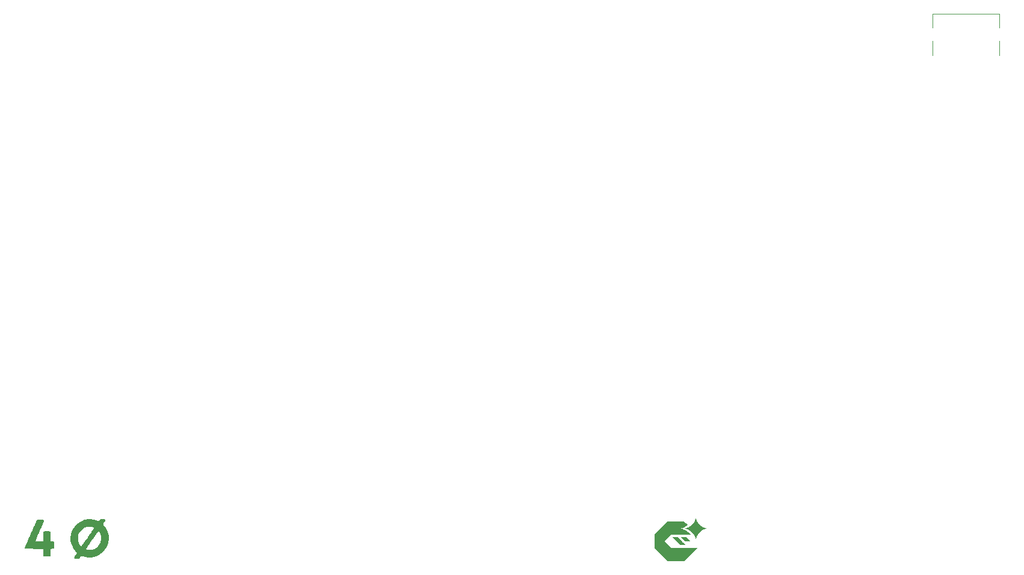
<source format=gbr>
%TF.GenerationSoftware,KiCad,Pcbnew,(7.0.0)*%
%TF.CreationDate,2024-05-15T17:01:43+02:00*%
%TF.ProjectId,forti usb port,666f7274-6920-4757-9362-20706f72742e,rev?*%
%TF.SameCoordinates,Original*%
%TF.FileFunction,Legend,Top*%
%TF.FilePolarity,Positive*%
%FSLAX46Y46*%
G04 Gerber Fmt 4.6, Leading zero omitted, Abs format (unit mm)*
G04 Created by KiCad (PCBNEW (7.0.0)) date 2024-05-15 17:01:43*
%MOMM*%
%LPD*%
G01*
G04 APERTURE LIST*
%ADD10C,0.120000*%
G04 APERTURE END LIST*
D10*
%TO.C,J1*%
X238969115Y-29437500D02*
X238969115Y-27437500D01*
X238969115Y-25537500D02*
X238969115Y-23637500D01*
X238969115Y-23637500D02*
X229569115Y-23637500D01*
X229569115Y-29437500D02*
X229569115Y-27437500D01*
X229569115Y-25537500D02*
X229569115Y-23637500D01*
%TO.C,G\u002A\u002A\u002A*%
G36*
X108267886Y-97447092D02*
G01*
X109310714Y-97447092D01*
X109324252Y-97626423D01*
X109360496Y-97824206D01*
X109412888Y-98010764D01*
X109462022Y-98131982D01*
X109532476Y-98260081D01*
X109609213Y-98377295D01*
X109682460Y-98470691D01*
X109742446Y-98527336D01*
X109769059Y-98538331D01*
X109800809Y-98511649D01*
X109866689Y-98432971D01*
X109965161Y-98304396D01*
X110094688Y-98128021D01*
X110253732Y-97905945D01*
X110440754Y-97640268D01*
X110654216Y-97333089D01*
X110687922Y-97284285D01*
X110863327Y-97029736D01*
X111027495Y-96790749D01*
X111176734Y-96572754D01*
X111307347Y-96381184D01*
X111415640Y-96221470D01*
X111497920Y-96099044D01*
X111550490Y-96019336D01*
X111569527Y-95988190D01*
X111556216Y-95944893D01*
X111489564Y-95905562D01*
X111380983Y-95871853D01*
X111241888Y-95845422D01*
X111083692Y-95827926D01*
X110917807Y-95821021D01*
X110755648Y-95826362D01*
X110608628Y-95845605D01*
X110599522Y-95847449D01*
X110311497Y-95939194D01*
X110047734Y-96085378D01*
X109814533Y-96278183D01*
X109618190Y-96509792D01*
X109465005Y-96772388D01*
X109361275Y-97058153D01*
X109313299Y-97359270D01*
X109310714Y-97447092D01*
X108267886Y-97447092D01*
X108264577Y-97341173D01*
X108310964Y-96948895D01*
X108416082Y-96563239D01*
X108580001Y-96190010D01*
X108802786Y-95835013D01*
X108871499Y-95744982D01*
X109078139Y-95523784D01*
X109332448Y-95313634D01*
X109617302Y-95125390D01*
X109915574Y-94969908D01*
X110210138Y-94858047D01*
X110315051Y-94829818D01*
X110722460Y-94766616D01*
X111135673Y-94765376D01*
X111544377Y-94825377D01*
X111929726Y-94942565D01*
X112048819Y-94987408D01*
X112145855Y-95021214D01*
X112204187Y-95038268D01*
X112211446Y-95039265D01*
X112248994Y-95014071D01*
X112296256Y-94952328D01*
X112301675Y-94943399D01*
X112356182Y-94857271D01*
X112407992Y-94801007D01*
X112472370Y-94768275D01*
X112564584Y-94752742D01*
X112699898Y-94748075D01*
X112773130Y-94747832D01*
X112959404Y-94754167D01*
X113085416Y-94776941D01*
X113154025Y-94821805D01*
X113168088Y-94894414D01*
X113130465Y-95000420D01*
X113044013Y-95145474D01*
X113004081Y-95204581D01*
X112931088Y-95315500D01*
X112875175Y-95409910D01*
X112845008Y-95472772D01*
X112842092Y-95485683D01*
X112862299Y-95533059D01*
X112914746Y-95609308D01*
X112973405Y-95680819D01*
X113215691Y-96003043D01*
X113407077Y-96357621D01*
X113544374Y-96735279D01*
X113624389Y-97126739D01*
X113643930Y-97522725D01*
X113639341Y-97616333D01*
X113581099Y-98023580D01*
X113467058Y-98405025D01*
X113302189Y-98757350D01*
X113091464Y-99077235D01*
X112839854Y-99361359D01*
X112552330Y-99606404D01*
X112233865Y-99809050D01*
X111889429Y-99965977D01*
X111523995Y-100073866D01*
X111142533Y-100129396D01*
X110750015Y-100129249D01*
X110351413Y-100070105D01*
X110078322Y-99994126D01*
X109952565Y-99952688D01*
X109852065Y-99920403D01*
X109791148Y-99901831D01*
X109779848Y-99899108D01*
X109756597Y-99923833D01*
X109707696Y-99988934D01*
X109643327Y-100080802D01*
X109637452Y-100089434D01*
X109565745Y-100187281D01*
X109500729Y-100262688D01*
X109456190Y-100299705D01*
X109455406Y-100300021D01*
X109399677Y-100309438D01*
X109298336Y-100316526D01*
X109170559Y-100320082D01*
X109132190Y-100320281D01*
X108982027Y-100316584D01*
X108883831Y-100304174D01*
X108825124Y-100281075D01*
X108810860Y-100269370D01*
X108772427Y-100212619D01*
X108766318Y-100143573D01*
X108795351Y-100053071D01*
X108862340Y-99931951D01*
X108959276Y-99786519D01*
X109059827Y-99635055D01*
X109117465Y-99530170D01*
X109132891Y-99470524D01*
X109129365Y-99461214D01*
X109096169Y-99419740D01*
X109032378Y-99342679D01*
X108949408Y-99243774D01*
X108911293Y-99198678D01*
X108736299Y-98958294D01*
X110452942Y-98958294D01*
X110453003Y-98959567D01*
X110492006Y-99006899D01*
X110582524Y-99043550D01*
X110711979Y-99068359D01*
X110867792Y-99080164D01*
X111037385Y-99077805D01*
X111208181Y-99060120D01*
X111316372Y-99039273D01*
X111624868Y-98934704D01*
X111899716Y-98776557D01*
X112136197Y-98569234D01*
X112329590Y-98317135D01*
X112475178Y-98024663D01*
X112510024Y-97925995D01*
X112565801Y-97670013D01*
X112578287Y-97399083D01*
X112549845Y-97128494D01*
X112482834Y-96873539D01*
X112379616Y-96649509D01*
X112294131Y-96527602D01*
X112230781Y-96460577D01*
X112187317Y-96441304D01*
X112157771Y-96454979D01*
X112125545Y-96492957D01*
X112063897Y-96575145D01*
X111979673Y-96692060D01*
X111879722Y-96834220D01*
X111789158Y-96965418D01*
X111677811Y-97127678D01*
X111539172Y-97329137D01*
X111382911Y-97555773D01*
X111218702Y-97793567D01*
X111056214Y-98028500D01*
X110954884Y-98174788D01*
X110821689Y-98369064D01*
X110702066Y-98547627D01*
X110600697Y-98703153D01*
X110522264Y-98828321D01*
X110471452Y-98915809D01*
X110452942Y-98958294D01*
X108736299Y-98958294D01*
X108665020Y-98860380D01*
X108477145Y-98499675D01*
X108347735Y-98122368D01*
X108276857Y-97734266D01*
X108267886Y-97447092D01*
G37*
G36*
X104187845Y-94846614D02*
G01*
X104328315Y-94853130D01*
X104422225Y-94867202D01*
X104478670Y-94891459D01*
X104506749Y-94928530D01*
X104515558Y-94981044D01*
X104515816Y-94996461D01*
X104503295Y-95040654D01*
X104467448Y-95137938D01*
X104410851Y-95282010D01*
X104336082Y-95466567D01*
X104245716Y-95685306D01*
X104142329Y-95931924D01*
X104028498Y-96200119D01*
X103929184Y-96431685D01*
X103808202Y-96714466D01*
X103696704Y-96978946D01*
X103597117Y-97219090D01*
X103511869Y-97428865D01*
X103443389Y-97602235D01*
X103394103Y-97733166D01*
X103366440Y-97815623D01*
X103361520Y-97842657D01*
X103377366Y-97861483D01*
X103414204Y-97874456D01*
X103481297Y-97882283D01*
X103587906Y-97885673D01*
X103743295Y-97885333D01*
X103891456Y-97883161D01*
X104402423Y-97874235D01*
X104411211Y-97212567D01*
X104416314Y-96961965D01*
X104424162Y-96762114D01*
X104434509Y-96616904D01*
X104447111Y-96530230D01*
X104455676Y-96507911D01*
X104502018Y-96489786D01*
X104597505Y-96476160D01*
X104727520Y-96467070D01*
X104877449Y-96462554D01*
X105032675Y-96462651D01*
X105178584Y-96467398D01*
X105300560Y-96476833D01*
X105383987Y-96490994D01*
X105412947Y-96505421D01*
X105421633Y-96548875D01*
X105430720Y-96646743D01*
X105439585Y-96788656D01*
X105447602Y-96964239D01*
X105454149Y-97163122D01*
X105455357Y-97210077D01*
X105471556Y-97874235D01*
X105691457Y-97890434D01*
X105839608Y-97909135D01*
X105924669Y-97938693D01*
X105942046Y-97955230D01*
X105953816Y-98005023D01*
X105963498Y-98105296D01*
X105970124Y-98241743D01*
X105972725Y-98400060D01*
X105972732Y-98408801D01*
X105970372Y-98567879D01*
X105963935Y-98705848D01*
X105954391Y-98808400D01*
X105942707Y-98861232D01*
X105942046Y-98862373D01*
X105885134Y-98896696D01*
X105764880Y-98920228D01*
X105691457Y-98927169D01*
X105471556Y-98943368D01*
X105462581Y-99443271D01*
X105456735Y-99642828D01*
X105447400Y-99804648D01*
X105435271Y-99920259D01*
X105421041Y-99981191D01*
X105418117Y-99985937D01*
X105383061Y-100004604D01*
X105308974Y-100017463D01*
X105188197Y-100025193D01*
X105013075Y-100028475D01*
X104936990Y-100028699D01*
X104740894Y-100026822D01*
X104601842Y-100020737D01*
X104512176Y-100009763D01*
X104464241Y-99993220D01*
X104455862Y-99985937D01*
X104441308Y-99936514D01*
X104428720Y-99830780D01*
X104418793Y-99677205D01*
X104412221Y-99484260D01*
X104411398Y-99443271D01*
X104402423Y-98943368D01*
X103173415Y-98934873D01*
X102854895Y-98932418D01*
X102594938Y-98929689D01*
X102387308Y-98926389D01*
X102225772Y-98922217D01*
X102104096Y-98916877D01*
X102016045Y-98910068D01*
X101955386Y-98901492D01*
X101915884Y-98890851D01*
X101891305Y-98877845D01*
X101885596Y-98873155D01*
X101839775Y-98816611D01*
X101826785Y-98779720D01*
X101839197Y-98738199D01*
X101873641Y-98647775D01*
X101925931Y-98518802D01*
X101991883Y-98361631D01*
X102057261Y-98209677D01*
X102120390Y-98064369D01*
X102205123Y-97869053D01*
X102307357Y-97633202D01*
X102422991Y-97366286D01*
X102547920Y-97077778D01*
X102678042Y-96777149D01*
X102809255Y-96473870D01*
X102869172Y-96335332D01*
X102990469Y-96055639D01*
X103105275Y-95792434D01*
X103210765Y-95552084D01*
X103304117Y-95340953D01*
X103382506Y-95165407D01*
X103443108Y-95031812D01*
X103483100Y-94946532D01*
X103497989Y-94917921D01*
X103520111Y-94888829D01*
X103549564Y-94868718D01*
X103597545Y-94855936D01*
X103675250Y-94848829D01*
X103793876Y-94845745D01*
X103964617Y-94845031D01*
X103991716Y-94845026D01*
X104187845Y-94846614D01*
G37*
G36*
X196260300Y-94556148D02*
G01*
X196263193Y-94562542D01*
X196267291Y-94575856D01*
X196272987Y-94597064D01*
X196275762Y-94607822D01*
X196314731Y-94741028D01*
X196362407Y-94870567D01*
X196418632Y-94996129D01*
X196483249Y-95117405D01*
X196556102Y-95234086D01*
X196637034Y-95345863D01*
X196673411Y-95391291D01*
X196717938Y-95442655D01*
X196768685Y-95496632D01*
X196823576Y-95551209D01*
X196880533Y-95604377D01*
X196937479Y-95654122D01*
X196983603Y-95691650D01*
X197083202Y-95764183D01*
X197189456Y-95831275D01*
X197300883Y-95892201D01*
X197416000Y-95946233D01*
X197533328Y-95992644D01*
X197651382Y-96030708D01*
X197703455Y-96044695D01*
X197726415Y-96050516D01*
X197746402Y-96055660D01*
X197761406Y-96059605D01*
X197769419Y-96061828D01*
X197769782Y-96061943D01*
X197767942Y-96063836D01*
X197758243Y-96067542D01*
X197742052Y-96072620D01*
X197720739Y-96078629D01*
X197705652Y-96082604D01*
X197575005Y-96121007D01*
X197448259Y-96167903D01*
X197325748Y-96222981D01*
X197207809Y-96285928D01*
X197094775Y-96356432D01*
X196986982Y-96434180D01*
X196884764Y-96518860D01*
X196788457Y-96610160D01*
X196698394Y-96707768D01*
X196614911Y-96811371D01*
X196538343Y-96920657D01*
X196469025Y-97035314D01*
X196407291Y-97155029D01*
X196353476Y-97279491D01*
X196318239Y-97376585D01*
X196307915Y-97408543D01*
X196297192Y-97443512D01*
X196287125Y-97477938D01*
X196278770Y-97508270D01*
X196276325Y-97517734D01*
X196269937Y-97542941D01*
X196265395Y-97559938D01*
X196262229Y-97569727D01*
X196259967Y-97573312D01*
X196258137Y-97571695D01*
X196256268Y-97565879D01*
X196255344Y-97562370D01*
X196244168Y-97519722D01*
X196234773Y-97484562D01*
X196226662Y-97455155D01*
X196219337Y-97429766D01*
X196212300Y-97406661D01*
X196205053Y-97384105D01*
X196198749Y-97365231D01*
X196150984Y-97238763D01*
X196094792Y-97116336D01*
X196030520Y-96998338D01*
X195958511Y-96885158D01*
X195879110Y-96777184D01*
X195792661Y-96674804D01*
X195699511Y-96578408D01*
X195600002Y-96488384D01*
X195494480Y-96405119D01*
X195383290Y-96329004D01*
X195266776Y-96260425D01*
X195178478Y-96215307D01*
X195095626Y-96178036D01*
X195009289Y-96143770D01*
X194922369Y-96113551D01*
X194837766Y-96088420D01*
X194794877Y-96077525D01*
X194775893Y-96072655D01*
X194761409Y-96068245D01*
X194753194Y-96064878D01*
X194752124Y-96063449D01*
X194757831Y-96061206D01*
X194770944Y-96057221D01*
X194789642Y-96052015D01*
X194812104Y-96046110D01*
X194817453Y-96044748D01*
X194944384Y-96007754D01*
X195068666Y-95961866D01*
X195189773Y-95907448D01*
X195307180Y-95844866D01*
X195420361Y-95774485D01*
X195528789Y-95696671D01*
X195631939Y-95611790D01*
X195729286Y-95520206D01*
X195820303Y-95422285D01*
X195904466Y-95318393D01*
X195947109Y-95259605D01*
X196020811Y-95145823D01*
X196086295Y-95027735D01*
X196143694Y-94905040D01*
X196193141Y-94777435D01*
X196234772Y-94644619D01*
X196256551Y-94560214D01*
X196258217Y-94555697D01*
X196260300Y-94556148D01*
G37*
G36*
X194876642Y-95315275D02*
G01*
X194918781Y-95357468D01*
X194958879Y-95397714D01*
X194996441Y-95435510D01*
X195030972Y-95470354D01*
X195061979Y-95501744D01*
X195088965Y-95529177D01*
X195111436Y-95552151D01*
X195128897Y-95570164D01*
X195140853Y-95582712D01*
X195146810Y-95589293D01*
X195147396Y-95590184D01*
X195142989Y-95593608D01*
X195132453Y-95601607D01*
X195117263Y-95613065D01*
X195098897Y-95626863D01*
X195094628Y-95630064D01*
X194975644Y-95713404D01*
X194850468Y-95789794D01*
X194719710Y-95858914D01*
X194583985Y-95920442D01*
X194443904Y-95974059D01*
X194424722Y-95980664D01*
X194387972Y-95992715D01*
X194346451Y-96005599D01*
X194302675Y-96018592D01*
X194259159Y-96030971D01*
X194218419Y-96042011D01*
X194182970Y-96050988D01*
X194169034Y-96054248D01*
X194153968Y-96057884D01*
X194142742Y-96061025D01*
X194138859Y-96062473D01*
X194141772Y-96064356D01*
X194152456Y-96068029D01*
X194169450Y-96073050D01*
X194191290Y-96078976D01*
X194205364Y-96082593D01*
X194354009Y-96124230D01*
X194496309Y-96172670D01*
X194632832Y-96228200D01*
X194764147Y-96291104D01*
X194890822Y-96361670D01*
X195013424Y-96440183D01*
X195132522Y-96526928D01*
X195206980Y-96586742D01*
X195226617Y-96603742D01*
X195249806Y-96624879D01*
X195275744Y-96649330D01*
X195303632Y-96676271D01*
X195332667Y-96704878D01*
X195362048Y-96734329D01*
X195390973Y-96763800D01*
X195418642Y-96792468D01*
X195444252Y-96819510D01*
X195467002Y-96844102D01*
X195486091Y-96865420D01*
X195500717Y-96882643D01*
X195510080Y-96894945D01*
X195513376Y-96901503D01*
X195508688Y-96901746D01*
X195494872Y-96901983D01*
X195472299Y-96902214D01*
X195441343Y-96902439D01*
X195402375Y-96902655D01*
X195355769Y-96902864D01*
X195301896Y-96903063D01*
X195241128Y-96903252D01*
X195173839Y-96903430D01*
X195100400Y-96903597D01*
X195021183Y-96903751D01*
X194936562Y-96903892D01*
X194846908Y-96904019D01*
X194752594Y-96904131D01*
X194653992Y-96904228D01*
X194551474Y-96904308D01*
X194445413Y-96904371D01*
X194336181Y-96904416D01*
X194224151Y-96904443D01*
X194127459Y-96904450D01*
X192741542Y-96904450D01*
X192276028Y-97369982D01*
X191810515Y-97835514D01*
X192276028Y-98301046D01*
X192741542Y-98766578D01*
X194603675Y-98766578D01*
X196465808Y-98766578D01*
X195534753Y-99697642D01*
X194603698Y-100628706D01*
X193437483Y-100628706D01*
X192271269Y-100628706D01*
X191341397Y-99698825D01*
X190411525Y-98768944D01*
X190411525Y-97835505D01*
X190411525Y-96902065D01*
X191341406Y-95972193D01*
X192271287Y-95042321D01*
X193437503Y-95042321D01*
X194603720Y-95042321D01*
X194876642Y-95315275D01*
G37*
G36*
X194267611Y-97831959D02*
G01*
X194327193Y-97891565D01*
X194384926Y-97949363D01*
X194440453Y-98004996D01*
X194493419Y-98058104D01*
X194543469Y-98108331D01*
X194590245Y-98155318D01*
X194633394Y-98198706D01*
X194672558Y-98238138D01*
X194707382Y-98273256D01*
X194737511Y-98303702D01*
X194762588Y-98329117D01*
X194782259Y-98349144D01*
X194796167Y-98363423D01*
X194803956Y-98371598D01*
X194805578Y-98373496D01*
X194800948Y-98374061D01*
X194787544Y-98374598D01*
X194766092Y-98375100D01*
X194737316Y-98375561D01*
X194701943Y-98375973D01*
X194660700Y-98376328D01*
X194614311Y-98376621D01*
X194563504Y-98376843D01*
X194509003Y-98376989D01*
X194451535Y-98377050D01*
X194440982Y-98377051D01*
X194076387Y-98377051D01*
X193534865Y-97835514D01*
X192993343Y-97293977D01*
X193361494Y-97293977D01*
X193729644Y-97293977D01*
X194267611Y-97831959D01*
G37*
G36*
X195202230Y-97564745D02*
G01*
X195472967Y-97835514D01*
X195104817Y-97835514D01*
X194736667Y-97835514D01*
X194465929Y-97564745D01*
X194195192Y-97293977D01*
X194563342Y-97293977D01*
X194931493Y-97293977D01*
X195202230Y-97564745D01*
G37*
%TD*%
M02*

</source>
